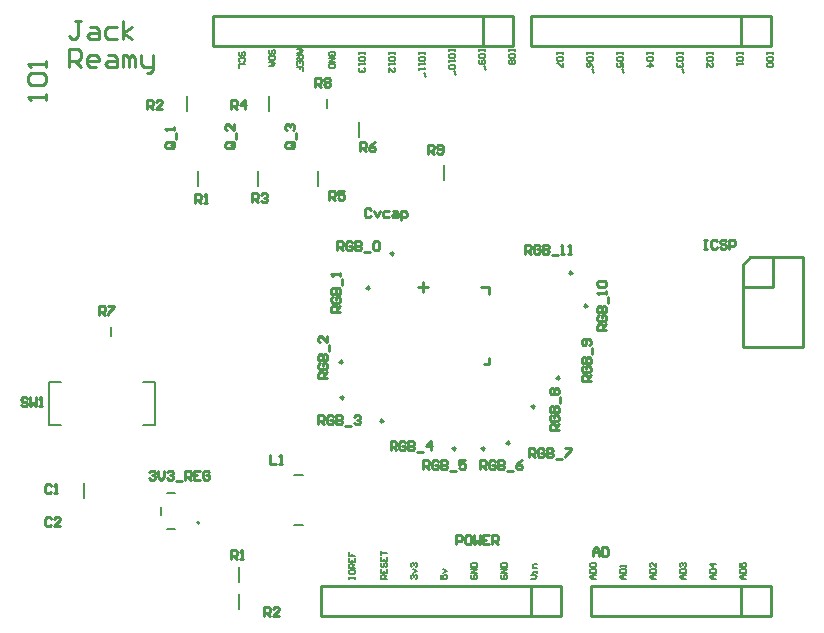
<source format=gto>
G04*
G04 #@! TF.GenerationSoftware,Altium Limited,Altium Designer,19.1.5 (86)*
G04*
G04 Layer_Color=65535*
%FSLAX25Y25*%
%MOIN*%
G70*
G01*
G75*
%ADD10C,0.00787*%
%ADD11C,0.01000*%
%ADD12C,0.00600*%
%ADD13C,0.00500*%
D10*
X64488Y36260D02*
G03*
X64488Y36260I-394J0D01*
G01*
X117740Y164831D02*
Y169831D01*
X104000Y148500D02*
Y153500D01*
X60260Y173500D02*
Y178500D01*
X87740Y173500D02*
Y178500D01*
X84000Y148500D02*
Y153500D01*
X64000Y148500D02*
Y153500D01*
X14284Y68913D02*
X18221D01*
X14284Y83087D02*
X18221D01*
X45779D02*
X49716D01*
X45779Y68913D02*
X49716D01*
Y83087D01*
X14284Y68913D02*
Y83087D01*
X26000Y44500D02*
Y49500D01*
X77500Y16500D02*
Y21500D01*
Y7500D02*
Y12500D01*
X146063Y150500D02*
Y155500D01*
X106854Y174425D02*
Y177575D01*
X34854Y98425D02*
Y101575D01*
D11*
X139000Y114803D02*
X139026Y114777D01*
X139003Y114701D02*
X139102Y114800D01*
X137403Y114803D02*
X139000D01*
X139100D02*
Y116500D01*
X139000Y114803D02*
X139052Y114751D01*
X139103Y113100D02*
Y114701D01*
X139003Y114800D02*
X140500D01*
X139003D02*
X139200D01*
X158415Y114803D02*
X160800D01*
Y114748D02*
Y114803D01*
Y113116D02*
Y114803D01*
Y112600D02*
Y113116D01*
X159415Y89200D02*
X160900D01*
Y89417D01*
Y89200D02*
Y91200D01*
X245551Y94803D02*
X265551D01*
Y124803D01*
X245551Y114803D02*
X255551D01*
Y124803D01*
X245551Y94803D02*
Y122303D01*
X248051Y124803D01*
X265551D01*
X111366Y78075D02*
X112366D01*
X111866Y77575D02*
Y78575D01*
X111067Y89917D02*
X112067D01*
X111567Y89417D02*
Y90417D01*
X120500Y113988D02*
Y114988D01*
X120000Y114488D02*
X121000D01*
X128500Y125500D02*
Y126500D01*
X128000Y126000D02*
X129000D01*
X124500Y70232D02*
X125500D01*
X125000Y69732D02*
Y70732D01*
X149287Y60482D02*
Y61482D01*
X148787Y60982D02*
X149787D01*
X158915Y60482D02*
Y61482D01*
X158415Y60982D02*
X159415D01*
X167250Y62366D02*
Y63366D01*
X166750Y62866D02*
X167750D01*
X187500Y119500D02*
X188500D01*
X188000Y119000D02*
Y120000D01*
X192500Y108500D02*
X193500D01*
X193000Y108000D02*
Y109000D01*
X183932Y84051D02*
Y85051D01*
X183432Y84551D02*
X184432D01*
X175500Y74500D02*
Y75500D01*
X175000Y75000D02*
X176000D01*
X255000Y5000D02*
Y10000D01*
X245000Y5000D02*
X255000D01*
X195000Y15000D02*
X245000D01*
X195000Y5000D02*
Y15000D01*
Y5000D02*
X245000D01*
Y15000D01*
X255000D01*
Y10000D02*
Y15000D01*
X169000Y195000D02*
Y205000D01*
X159000Y195000D02*
X169000D01*
X159000D02*
Y205000D01*
X69000D02*
X159000D01*
X69000Y195000D02*
Y205000D01*
Y195000D02*
X159000D01*
Y205000D02*
X169000D01*
X245000Y195000D02*
Y205000D01*
X175000D02*
X255000D01*
X175000Y195000D02*
Y205000D01*
Y195000D02*
X255000D01*
Y205000D01*
X185000Y5000D02*
Y15000D01*
X105000Y5000D02*
X185000D01*
X105000D02*
Y15000D01*
X185000D01*
X175000Y5000D02*
Y15000D01*
X13284Y177000D02*
Y178999D01*
Y178000D01*
X7285D01*
X8285Y177000D01*
Y181998D02*
X7285Y182998D01*
Y184997D01*
X8285Y185997D01*
X12284D01*
X13284Y184997D01*
Y182998D01*
X12284Y181998D01*
X8285D01*
X13284Y187996D02*
Y189996D01*
Y188996D01*
X7285D01*
X8285Y187996D01*
X24999Y203595D02*
X22999D01*
X23999D01*
Y198597D01*
X22999Y197597D01*
X22000D01*
X21000Y198597D01*
X27998Y201596D02*
X29997D01*
X30997Y200596D01*
Y197597D01*
X27998D01*
X26998Y198597D01*
X27998Y199596D01*
X30997D01*
X36995Y201596D02*
X33996D01*
X32996Y200596D01*
Y198597D01*
X33996Y197597D01*
X36995D01*
X38994D02*
Y203595D01*
Y199596D02*
X41993Y201596D01*
X38994Y199596D02*
X41993Y197597D01*
X21000Y187999D02*
Y193997D01*
X23999D01*
X24999Y192998D01*
Y190998D01*
X23999Y189999D01*
X21000D01*
X22999D02*
X24999Y187999D01*
X29997D02*
X27998D01*
X26998Y188999D01*
Y190998D01*
X27998Y191998D01*
X29997D01*
X30997Y190998D01*
Y189999D01*
X26998D01*
X33996Y191998D02*
X35995D01*
X36995Y190998D01*
Y187999D01*
X33996D01*
X32996Y188999D01*
X33996Y189999D01*
X36995D01*
X38994Y187999D02*
Y191998D01*
X39994D01*
X40993Y190998D01*
Y187999D01*
Y190998D01*
X41993Y191998D01*
X42993Y190998D01*
Y187999D01*
X44992Y191998D02*
Y188999D01*
X45992Y187999D01*
X48991D01*
Y187000D01*
X47991Y186000D01*
X46992D01*
X48991Y187999D02*
Y191998D01*
X232500Y130499D02*
X233500D01*
X233000D01*
Y127500D01*
X232500D01*
X233500D01*
X236999Y129999D02*
X236499Y130499D01*
X235499D01*
X234999Y129999D01*
Y128000D01*
X235499Y127500D01*
X236499D01*
X236999Y128000D01*
X239998Y129999D02*
X239498Y130499D01*
X238498D01*
X237998Y129999D01*
Y129499D01*
X238498Y128999D01*
X239498D01*
X239998Y128500D01*
Y128000D01*
X239498Y127500D01*
X238498D01*
X237998Y128000D01*
X240997Y127500D02*
Y130499D01*
X242497D01*
X242997Y129999D01*
Y128999D01*
X242497Y128500D01*
X240997D01*
X172800Y125900D02*
Y128899D01*
X174300D01*
X174799Y128399D01*
Y127400D01*
X174300Y126900D01*
X172800D01*
X173800D02*
X174799Y125900D01*
X177798Y128399D02*
X177299Y128899D01*
X176299D01*
X175799Y128399D01*
Y126400D01*
X176299Y125900D01*
X177299D01*
X177798Y126400D01*
Y127400D01*
X176799D01*
X178798Y128899D02*
Y125900D01*
X180298D01*
X180797Y126400D01*
Y126900D01*
X180298Y127400D01*
X178798D01*
X180298D01*
X180797Y127899D01*
Y128399D01*
X180298Y128899D01*
X178798D01*
X181797Y125400D02*
X183796D01*
X184796Y125900D02*
X185796D01*
X185296D01*
Y128899D01*
X184796Y128399D01*
X187295Y125900D02*
X188295D01*
X187795D01*
Y128899D01*
X187295Y128399D01*
X200000Y100425D02*
X197001D01*
Y101925D01*
X197501Y102425D01*
X198501D01*
X199000Y101925D01*
Y100425D01*
Y101425D02*
X200000Y102425D01*
X197501Y105424D02*
X197001Y104924D01*
Y103924D01*
X197501Y103424D01*
X199500D01*
X200000Y103924D01*
Y104924D01*
X199500Y105424D01*
X198501D01*
Y104424D01*
X197001Y106423D02*
X200000D01*
Y107923D01*
X199500Y108423D01*
X199000D01*
X198501Y107923D01*
Y106423D01*
Y107923D01*
X198001Y108423D01*
X197501D01*
X197001Y107923D01*
Y106423D01*
X200500Y109422D02*
Y111422D01*
X200000Y112421D02*
Y113421D01*
Y112921D01*
X197001D01*
X197501Y112421D01*
Y114920D02*
X197001Y115420D01*
Y116420D01*
X197501Y116920D01*
X199500D01*
X200000Y116420D01*
Y115420D01*
X199500Y114920D01*
X197501D01*
X194858Y83410D02*
X191858D01*
Y84909D01*
X192358Y85409D01*
X193358D01*
X193858Y84909D01*
Y83410D01*
Y84409D02*
X194858Y85409D01*
X192358Y88408D02*
X191858Y87908D01*
Y86908D01*
X192358Y86409D01*
X194358D01*
X194858Y86908D01*
Y87908D01*
X194358Y88408D01*
X193358D01*
Y87408D01*
X191858Y89407D02*
X194858D01*
Y90907D01*
X194358Y91407D01*
X193858D01*
X193358Y90907D01*
Y89407D01*
Y90907D01*
X192858Y91407D01*
X192358D01*
X191858Y90907D01*
Y89407D01*
X195357Y92406D02*
Y94406D01*
X194358Y95406D02*
X194858Y95905D01*
Y96905D01*
X194358Y97405D01*
X192358D01*
X191858Y96905D01*
Y95905D01*
X192358Y95406D01*
X192858D01*
X193358Y95905D01*
Y97405D01*
X184134Y67000D02*
X181135D01*
Y68499D01*
X181635Y68999D01*
X182634D01*
X183134Y68499D01*
Y67000D01*
Y68000D02*
X184134Y68999D01*
X181635Y71998D02*
X181135Y71499D01*
Y70499D01*
X181635Y69999D01*
X183634D01*
X184134Y70499D01*
Y71499D01*
X183634Y71998D01*
X182634D01*
Y70999D01*
X181135Y72998D02*
X184134D01*
Y74498D01*
X183634Y74997D01*
X183134D01*
X182634Y74498D01*
Y72998D01*
Y74498D01*
X182134Y74997D01*
X181635D01*
X181135Y74498D01*
Y72998D01*
X184634Y75997D02*
Y77996D01*
X181635Y78996D02*
X181135Y79496D01*
Y80496D01*
X181635Y80996D01*
X182134D01*
X182634Y80496D01*
X183134Y80996D01*
X183634D01*
X184134Y80496D01*
Y79496D01*
X183634Y78996D01*
X183134D01*
X182634Y79496D01*
X182134Y78996D01*
X181635D01*
X182634Y79496D02*
Y80496D01*
X174145Y58000D02*
Y60999D01*
X175644D01*
X176144Y60499D01*
Y59500D01*
X175644Y59000D01*
X174145D01*
X175145D02*
X176144Y58000D01*
X179143Y60499D02*
X178644Y60999D01*
X177644D01*
X177144Y60499D01*
Y58500D01*
X177644Y58000D01*
X178644D01*
X179143Y58500D01*
Y59500D01*
X178144D01*
X180143Y60999D02*
Y58000D01*
X181642D01*
X182142Y58500D01*
Y59000D01*
X181642Y59500D01*
X180143D01*
X181642D01*
X182142Y59999D01*
Y60499D01*
X181642Y60999D01*
X180143D01*
X183142Y57500D02*
X185141D01*
X186141Y60999D02*
X188140D01*
Y60499D01*
X186141Y58500D01*
Y58000D01*
X158000Y54000D02*
Y56999D01*
X159500D01*
X159999Y56499D01*
Y55500D01*
X159500Y55000D01*
X158000D01*
X159000D02*
X159999Y54000D01*
X162998Y56499D02*
X162499Y56999D01*
X161499D01*
X160999Y56499D01*
Y54500D01*
X161499Y54000D01*
X162499D01*
X162998Y54500D01*
Y55500D01*
X161999D01*
X163998Y56999D02*
Y54000D01*
X165498D01*
X165997Y54500D01*
Y55000D01*
X165498Y55500D01*
X163998D01*
X165498D01*
X165997Y55999D01*
Y56499D01*
X165498Y56999D01*
X163998D01*
X166997Y53500D02*
X168996D01*
X171995Y56999D02*
X170996Y56499D01*
X169996Y55500D01*
Y54500D01*
X170496Y54000D01*
X171496D01*
X171995Y54500D01*
Y55000D01*
X171496Y55500D01*
X169996D01*
X139000Y54000D02*
Y56999D01*
X140499D01*
X140999Y56499D01*
Y55500D01*
X140499Y55000D01*
X139000D01*
X140000D02*
X140999Y54000D01*
X143998Y56499D02*
X143499Y56999D01*
X142499D01*
X141999Y56499D01*
Y54500D01*
X142499Y54000D01*
X143499D01*
X143998Y54500D01*
Y55500D01*
X142999D01*
X144998Y56999D02*
Y54000D01*
X146498D01*
X146997Y54500D01*
Y55000D01*
X146498Y55500D01*
X144998D01*
X146498D01*
X146997Y55999D01*
Y56499D01*
X146498Y56999D01*
X144998D01*
X147997Y53500D02*
X149996D01*
X152996Y56999D02*
X150996D01*
Y55500D01*
X151996Y55999D01*
X152496D01*
X152996Y55500D01*
Y54500D01*
X152496Y54000D01*
X151496D01*
X150996Y54500D01*
X128126Y60383D02*
Y63382D01*
X129625D01*
X130125Y62882D01*
Y61882D01*
X129625Y61382D01*
X128126D01*
X129126D02*
X130125Y60383D01*
X133124Y62882D02*
X132624Y63382D01*
X131625D01*
X131125Y62882D01*
Y60883D01*
X131625Y60383D01*
X132624D01*
X133124Y60883D01*
Y61882D01*
X132125D01*
X134124Y63382D02*
Y60383D01*
X135624D01*
X136123Y60883D01*
Y61382D01*
X135624Y61882D01*
X134124D01*
X135624D01*
X136123Y62382D01*
Y62882D01*
X135624Y63382D01*
X134124D01*
X137123Y59883D02*
X139122D01*
X141622Y60383D02*
Y63382D01*
X140122Y61882D01*
X142122D01*
X104000Y68982D02*
Y71981D01*
X105499D01*
X105999Y71481D01*
Y70482D01*
X105499Y69982D01*
X104000D01*
X105000D02*
X105999Y68982D01*
X108998Y71481D02*
X108499Y71981D01*
X107499D01*
X106999Y71481D01*
Y69482D01*
X107499Y68982D01*
X108499D01*
X108998Y69482D01*
Y70482D01*
X107999D01*
X109998Y71981D02*
Y68982D01*
X111498D01*
X111997Y69482D01*
Y69982D01*
X111498Y70482D01*
X109998D01*
X111498D01*
X111997Y70982D01*
Y71481D01*
X111498Y71981D01*
X109998D01*
X112997Y68482D02*
X114996D01*
X115996Y71481D02*
X116496Y71981D01*
X117496D01*
X117996Y71481D01*
Y70982D01*
X117496Y70482D01*
X116996D01*
X117496D01*
X117996Y69982D01*
Y69482D01*
X117496Y68982D01*
X116496D01*
X115996Y69482D01*
X107000Y84383D02*
X104001D01*
Y85882D01*
X104501Y86382D01*
X105500D01*
X106000Y85882D01*
Y84383D01*
Y85382D02*
X107000Y86382D01*
X104501Y89381D02*
X104001Y88881D01*
Y87881D01*
X104501Y87382D01*
X106500D01*
X107000Y87881D01*
Y88881D01*
X106500Y89381D01*
X105500D01*
Y88381D01*
X104001Y90381D02*
X107000D01*
Y91880D01*
X106500Y92380D01*
X106000D01*
X105500Y91880D01*
Y90381D01*
Y91880D01*
X105001Y92380D01*
X104501D01*
X104001Y91880D01*
Y90381D01*
X107500Y93380D02*
Y95379D01*
X107000Y98378D02*
Y96379D01*
X105001Y98378D01*
X104501D01*
X104001Y97878D01*
Y96879D01*
X104501Y96379D01*
X111309Y106513D02*
X108310D01*
Y108013D01*
X108809Y108513D01*
X109809D01*
X110309Y108013D01*
Y106513D01*
Y107513D02*
X111309Y108513D01*
X108809Y111512D02*
X108310Y111012D01*
Y110012D01*
X108809Y109512D01*
X110809D01*
X111309Y110012D01*
Y111012D01*
X110809Y111512D01*
X109809D01*
Y110512D01*
X108310Y112511D02*
X111309D01*
Y114011D01*
X110809Y114511D01*
X110309D01*
X109809Y114011D01*
Y112511D01*
Y114011D01*
X109309Y114511D01*
X108809D01*
X108310Y114011D01*
Y112511D01*
X111809Y115510D02*
Y117510D01*
X111309Y118509D02*
Y119509D01*
Y119009D01*
X108310D01*
X108809Y118509D01*
X110383Y127000D02*
Y129999D01*
X111882D01*
X112382Y129499D01*
Y128499D01*
X111882Y128000D01*
X110383D01*
X111382D02*
X112382Y127000D01*
X115381Y129499D02*
X114881Y129999D01*
X113882D01*
X113382Y129499D01*
Y127500D01*
X113882Y127000D01*
X114881D01*
X115381Y127500D01*
Y128499D01*
X114381D01*
X116381Y129999D02*
Y127000D01*
X117880D01*
X118380Y127500D01*
Y128000D01*
X117880Y128499D01*
X116381D01*
X117880D01*
X118380Y128999D01*
Y129499D01*
X117880Y129999D01*
X116381D01*
X119380Y126500D02*
X121379D01*
X122379Y129499D02*
X122879Y129999D01*
X123878D01*
X124378Y129499D01*
Y127500D01*
X123878Y127000D01*
X122879D01*
X122379Y127500D01*
Y129499D01*
X95500Y162999D02*
X93501D01*
X93001Y162499D01*
Y161500D01*
X93501Y161000D01*
X95500D01*
X96000Y161500D01*
Y162499D01*
X95000Y162000D02*
X96000Y162999D01*
Y162499D02*
X95500Y162999D01*
X96500Y163999D02*
Y165998D01*
X93501Y166998D02*
X93001Y167498D01*
Y168498D01*
X93501Y168997D01*
X94001D01*
X94500Y168498D01*
Y167998D01*
Y168498D01*
X95000Y168997D01*
X95500D01*
X96000Y168498D01*
Y167498D01*
X95500Y166998D01*
X75500Y162999D02*
X73501D01*
X73001Y162499D01*
Y161500D01*
X73501Y161000D01*
X75500D01*
X76000Y161500D01*
Y162499D01*
X75000Y162000D02*
X76000Y162999D01*
Y162499D02*
X75500Y162999D01*
X76500Y163999D02*
Y165998D01*
X76000Y168997D02*
Y166998D01*
X74001Y168997D01*
X73501D01*
X73001Y168498D01*
Y167498D01*
X73501Y166998D01*
X55500Y162999D02*
X53501D01*
X53001Y162499D01*
Y161500D01*
X53501Y161000D01*
X55500D01*
X56000Y161500D01*
Y162499D01*
X55000Y162000D02*
X56000Y162999D01*
Y162499D02*
X55500Y162999D01*
X56500Y163999D02*
Y165998D01*
X56000Y166998D02*
Y167998D01*
Y167498D01*
X53001D01*
X53501Y166998D01*
X6999Y77499D02*
X6499Y77999D01*
X5500D01*
X5000Y77499D01*
Y76999D01*
X5500Y76499D01*
X6499D01*
X6999Y76000D01*
Y75500D01*
X6499Y75000D01*
X5500D01*
X5000Y75500D01*
X7999Y77999D02*
Y75000D01*
X8999Y76000D01*
X9998Y75000D01*
Y77999D01*
X10998Y75000D02*
X11998D01*
X11498D01*
Y77999D01*
X10998Y77499D01*
X140503Y159300D02*
Y162299D01*
X142003D01*
X142502Y161799D01*
Y160800D01*
X142003Y160300D01*
X140503D01*
X141503D02*
X142502Y159300D01*
X143502Y159800D02*
X144002Y159300D01*
X145002D01*
X145501Y159800D01*
Y161799D01*
X145002Y162299D01*
X144002D01*
X143502Y161799D01*
Y161299D01*
X144002Y160800D01*
X145501D01*
X103014Y181500D02*
Y184499D01*
X104514D01*
X105014Y183999D01*
Y183000D01*
X104514Y182500D01*
X103014D01*
X104014D02*
X105014Y181500D01*
X106013Y183999D02*
X106513Y184499D01*
X107513D01*
X108013Y183999D01*
Y183499D01*
X107513Y183000D01*
X108013Y182500D01*
Y182000D01*
X107513Y181500D01*
X106513D01*
X106013Y182000D01*
Y182500D01*
X106513Y183000D01*
X106013Y183499D01*
Y183999D01*
X106513Y183000D02*
X107513D01*
X31000Y105500D02*
Y108499D01*
X32500D01*
X32999Y107999D01*
Y107000D01*
X32500Y106500D01*
X31000D01*
X32000D02*
X32999Y105500D01*
X33999Y108499D02*
X35998D01*
Y107999D01*
X33999Y106000D01*
Y105500D01*
X118009Y160000D02*
Y162999D01*
X119509D01*
X120009Y162499D01*
Y161500D01*
X119509Y161000D01*
X118009D01*
X119009D02*
X120009Y160000D01*
X123008Y162999D02*
X122008Y162499D01*
X121009Y161500D01*
Y160500D01*
X121508Y160000D01*
X122508D01*
X123008Y160500D01*
Y161000D01*
X122508Y161500D01*
X121009D01*
X107740Y143922D02*
Y146921D01*
X109240D01*
X109739Y146421D01*
Y145422D01*
X109240Y144922D01*
X107740D01*
X108740D02*
X109739Y143922D01*
X112739Y146921D02*
X110739D01*
Y145422D01*
X111739Y145922D01*
X112239D01*
X112739Y145422D01*
Y144422D01*
X112239Y143922D01*
X111239D01*
X110739Y144422D01*
X75000Y174000D02*
Y176999D01*
X76499D01*
X76999Y176499D01*
Y175499D01*
X76499Y175000D01*
X75000D01*
X76000D02*
X76999Y174000D01*
X79499D02*
Y176999D01*
X77999Y175499D01*
X79998D01*
X82000Y143000D02*
Y145999D01*
X83499D01*
X83999Y145499D01*
Y144500D01*
X83499Y144000D01*
X82000D01*
X83000D02*
X83999Y143000D01*
X84999Y145499D02*
X85499Y145999D01*
X86499D01*
X86998Y145499D01*
Y144999D01*
X86499Y144500D01*
X85999D01*
X86499D01*
X86998Y144000D01*
Y143500D01*
X86499Y143000D01*
X85499D01*
X84999Y143500D01*
X47000Y174000D02*
Y176999D01*
X48500D01*
X48999Y176499D01*
Y175499D01*
X48500Y175000D01*
X47000D01*
X48000D02*
X48999Y174000D01*
X51998D02*
X49999D01*
X51998Y175999D01*
Y176499D01*
X51499Y176999D01*
X50499D01*
X49999Y176499D01*
X86000Y5000D02*
Y7999D01*
X87499D01*
X87999Y7499D01*
Y6499D01*
X87499Y6000D01*
X86000D01*
X87000D02*
X87999Y5000D01*
X90998D02*
X88999D01*
X90998Y6999D01*
Y7499D01*
X90499Y7999D01*
X89499D01*
X88999Y7499D01*
X63000Y142736D02*
Y145735D01*
X64499D01*
X64999Y145235D01*
Y144236D01*
X64499Y143736D01*
X63000D01*
X64000D02*
X64999Y142736D01*
X65999D02*
X66999D01*
X66499D01*
Y145735D01*
X65999Y145235D01*
X75000Y24000D02*
Y26999D01*
X76499D01*
X76999Y26499D01*
Y25499D01*
X76499Y25000D01*
X75000D01*
X76000D02*
X76999Y24000D01*
X77999D02*
X78999D01*
X78499D01*
Y26999D01*
X77999Y26499D01*
X88100Y58839D02*
Y55840D01*
X90099D01*
X91099D02*
X92099D01*
X91599D01*
Y58839D01*
X91099Y58339D01*
X121566Y140499D02*
X121066Y140999D01*
X120067D01*
X119567Y140499D01*
Y138500D01*
X120067Y138000D01*
X121066D01*
X121566Y138500D01*
X122566Y139999D02*
X123566Y138000D01*
X124565Y139999D01*
X127564D02*
X126065D01*
X125565Y139499D01*
Y138500D01*
X126065Y138000D01*
X127564D01*
X129064Y139999D02*
X130064D01*
X130563Y139499D01*
Y138000D01*
X129064D01*
X128564Y138500D01*
X129064Y139000D01*
X130563D01*
X131563Y137000D02*
Y139999D01*
X133063D01*
X133562Y139499D01*
Y138500D01*
X133063Y138000D01*
X131563D01*
X14999Y37499D02*
X14500Y37999D01*
X13500D01*
X13000Y37499D01*
Y35500D01*
X13500Y35000D01*
X14500D01*
X14999Y35500D01*
X17998Y35000D02*
X15999D01*
X17998Y36999D01*
Y37499D01*
X17499Y37999D01*
X16499D01*
X15999Y37499D01*
X14999Y48499D02*
X14500Y48999D01*
X13500D01*
X13000Y48499D01*
Y46500D01*
X13500Y46000D01*
X14500D01*
X14999Y46500D01*
X15999Y46000D02*
X16999D01*
X16499D01*
Y48999D01*
X15999Y48499D01*
X47641Y53039D02*
X48141Y53539D01*
X49141D01*
X49640Y53039D01*
Y52539D01*
X49141Y52040D01*
X48641D01*
X49141D01*
X49640Y51540D01*
Y51040D01*
X49141Y50540D01*
X48141D01*
X47641Y51040D01*
X50640Y53539D02*
Y51540D01*
X51640Y50540D01*
X52639Y51540D01*
Y53539D01*
X53639Y53039D02*
X54139Y53539D01*
X55138D01*
X55638Y53039D01*
Y52539D01*
X55138Y52040D01*
X54639D01*
X55138D01*
X55638Y51540D01*
Y51040D01*
X55138Y50540D01*
X54139D01*
X53639Y51040D01*
X56638Y50040D02*
X58637D01*
X59637Y50540D02*
Y53539D01*
X61137D01*
X61636Y53039D01*
Y52040D01*
X61137Y51540D01*
X59637D01*
X60637D02*
X61636Y50540D01*
X64635Y53539D02*
X62636D01*
Y50540D01*
X64635D01*
X62636Y52040D02*
X63636D01*
X67634Y53039D02*
X67135Y53539D01*
X66135D01*
X65635Y53039D01*
Y51040D01*
X66135Y50540D01*
X67135D01*
X67634Y51040D01*
Y52040D01*
X66635D01*
X195500Y25100D02*
Y27099D01*
X196500Y28099D01*
X197499Y27099D01*
Y25100D01*
Y26599D01*
X195500D01*
X198499Y28099D02*
Y25100D01*
X199999D01*
X200498Y25600D01*
Y27599D01*
X199999Y28099D01*
X198499D01*
X150000Y29000D02*
Y31999D01*
X151499D01*
X151999Y31499D01*
Y30500D01*
X151499Y30000D01*
X150000D01*
X154499Y31999D02*
X153499D01*
X152999Y31499D01*
Y29500D01*
X153499Y29000D01*
X154499D01*
X154998Y29500D01*
Y31499D01*
X154499Y31999D01*
X155998D02*
Y29000D01*
X156998Y30000D01*
X157997Y29000D01*
Y31999D01*
X160996D02*
X158997D01*
Y29000D01*
X160996D01*
X158997Y30500D02*
X159997D01*
X161996Y29000D02*
Y31999D01*
X163496D01*
X163996Y31499D01*
Y30500D01*
X163496Y30000D01*
X161996D01*
X162996D02*
X163996Y29000D01*
D12*
X95900Y52140D02*
X99100D01*
X95900Y35340D02*
X99100D01*
D13*
X53701Y33996D02*
X56299D01*
X51555Y38681D02*
Y41319D01*
X53701Y46004D02*
X56299D01*
X79409Y191960D02*
X79742Y192293D01*
Y192960D01*
X79409Y193293D01*
X79075D01*
X78742Y192960D01*
Y192293D01*
X78409Y191960D01*
X78076D01*
X77742Y192293D01*
Y192960D01*
X78076Y193293D01*
X79409Y189961D02*
X79742Y190294D01*
Y190960D01*
X79409Y191294D01*
X78076D01*
X77742Y190960D01*
Y190294D01*
X78076Y189961D01*
X79742Y189294D02*
X77742D01*
Y187961D01*
X89409Y192460D02*
X89742Y192793D01*
Y193460D01*
X89409Y193793D01*
X89075D01*
X88742Y193460D01*
Y192793D01*
X88409Y192460D01*
X88076D01*
X87742Y192793D01*
Y193460D01*
X88076Y193793D01*
X89742Y191794D02*
X87742D01*
Y190794D01*
X88076Y190461D01*
X89409D01*
X89742Y190794D01*
Y191794D01*
X87742Y189794D02*
X89075D01*
X89742Y189128D01*
X89075Y188461D01*
X87742D01*
X88742D01*
Y189794D01*
X114345Y17400D02*
Y18067D01*
Y17733D01*
X116344D01*
Y17400D01*
Y18067D01*
X114345Y20066D02*
Y19399D01*
X114678Y19066D01*
X116011D01*
X116344Y19399D01*
Y20066D01*
X116011Y20399D01*
X114678D01*
X114345Y20066D01*
X116344Y21066D02*
X114345D01*
Y22065D01*
X114678Y22398D01*
X115344D01*
X115678Y22065D01*
Y21066D01*
Y21732D02*
X116344Y22398D01*
X114345Y24398D02*
Y23065D01*
X116344D01*
Y24398D01*
X115344Y23065D02*
Y23731D01*
X114345Y26397D02*
Y25064D01*
X115344D01*
Y25731D01*
Y25064D01*
X116344D01*
X126844Y17400D02*
X124845D01*
Y18400D01*
X125178Y18733D01*
X125844D01*
X126178Y18400D01*
Y17400D01*
Y18067D02*
X126844Y18733D01*
X124845Y20732D02*
Y19399D01*
X126844D01*
Y20732D01*
X125844Y19399D02*
Y20066D01*
X125178Y22732D02*
X124845Y22398D01*
Y21732D01*
X125178Y21399D01*
X125511D01*
X125844Y21732D01*
Y22398D01*
X126178Y22732D01*
X126511D01*
X126844Y22398D01*
Y21732D01*
X126511Y21399D01*
X124845Y24731D02*
Y23398D01*
X126844D01*
Y24731D01*
X125844Y23398D02*
Y24065D01*
X124845Y25397D02*
Y26730D01*
Y26064D01*
X126844D01*
X135178Y17400D02*
X134845Y17733D01*
Y18400D01*
X135178Y18733D01*
X135511D01*
X135844Y18400D01*
Y18067D01*
Y18400D01*
X136178Y18733D01*
X136511D01*
X136844Y18400D01*
Y17733D01*
X136511Y17400D01*
X135511Y19399D02*
X136844Y20066D01*
X135511Y20732D01*
X135178Y21399D02*
X134845Y21732D01*
Y22398D01*
X135178Y22732D01*
X135511D01*
X135844Y22398D01*
Y22065D01*
Y22398D01*
X136178Y22732D01*
X136511D01*
X136844Y22398D01*
Y21732D01*
X136511Y21399D01*
X144845Y18733D02*
Y17400D01*
X145844D01*
X145511Y18067D01*
Y18400D01*
X145844Y18733D01*
X146511D01*
X146844Y18400D01*
Y17733D01*
X146511Y17400D01*
X145511Y19399D02*
X146844Y20066D01*
X145511Y20732D01*
X155178Y18733D02*
X154845Y18400D01*
Y17733D01*
X155178Y17400D01*
X156511D01*
X156844Y17733D01*
Y18400D01*
X156511Y18733D01*
X155844D01*
Y18067D01*
X156844Y19399D02*
X154845D01*
X156844Y20732D01*
X154845D01*
Y21399D02*
X156844D01*
Y22398D01*
X156511Y22732D01*
X155178D01*
X154845Y22398D01*
Y21399D01*
X165178Y18733D02*
X164845Y18400D01*
Y17733D01*
X165178Y17400D01*
X166511D01*
X166844Y17733D01*
Y18400D01*
X166511Y18733D01*
X165844D01*
Y18067D01*
X166844Y19399D02*
X164845D01*
X166844Y20732D01*
X164845D01*
Y21399D02*
X166844D01*
Y22398D01*
X166511Y22732D01*
X165178D01*
X164845Y22398D01*
Y21399D01*
X174845Y17400D02*
X176178D01*
X176844Y18067D01*
X176178Y18733D01*
X174845D01*
X176844Y19399D02*
Y20066D01*
Y19733D01*
X175511D01*
Y19399D01*
X176844Y21066D02*
X175511D01*
Y22065D01*
X175844Y22398D01*
X176844D01*
X196500Y17400D02*
X195167D01*
X194501Y18067D01*
X195167Y18733D01*
X196500D01*
X195500D01*
Y17400D01*
X194501Y19399D02*
X196500D01*
Y20399D01*
X196167Y20732D01*
X194834D01*
X194501Y20399D01*
Y19399D01*
X194834Y21399D02*
X194501Y21732D01*
Y22398D01*
X194834Y22732D01*
X196167D01*
X196500Y22398D01*
Y21732D01*
X196167Y21399D01*
X194834D01*
X206500Y17400D02*
X205167D01*
X204501Y18067D01*
X205167Y18733D01*
X206500D01*
X205500D01*
Y17400D01*
X204501Y19399D02*
X206500D01*
Y20399D01*
X206167Y20732D01*
X204834D01*
X204501Y20399D01*
Y19399D01*
X206500Y21399D02*
Y22065D01*
Y21732D01*
X204501D01*
X204834Y21399D01*
X216500Y17400D02*
X215167D01*
X214501Y18067D01*
X215167Y18733D01*
X216500D01*
X215500D01*
Y17400D01*
X214501Y19399D02*
X216500D01*
Y20399D01*
X216167Y20732D01*
X214834D01*
X214501Y20399D01*
Y19399D01*
X216500Y22732D02*
Y21399D01*
X215167Y22732D01*
X214834D01*
X214501Y22398D01*
Y21732D01*
X214834Y21399D01*
X226500Y17400D02*
X225167D01*
X224501Y18067D01*
X225167Y18733D01*
X226500D01*
X225500D01*
Y17400D01*
X224501Y19399D02*
X226500D01*
Y20399D01*
X226167Y20732D01*
X224834D01*
X224501Y20399D01*
Y19399D01*
X224834Y21399D02*
X224501Y21732D01*
Y22398D01*
X224834Y22732D01*
X225167D01*
X225500Y22398D01*
Y22065D01*
Y22398D01*
X225834Y22732D01*
X226167D01*
X226500Y22398D01*
Y21732D01*
X226167Y21399D01*
X236500Y17400D02*
X235167D01*
X234501Y18067D01*
X235167Y18733D01*
X236500D01*
X235500D01*
Y17400D01*
X234501Y19399D02*
X236500D01*
Y20399D01*
X236167Y20732D01*
X234834D01*
X234501Y20399D01*
Y19399D01*
X236500Y22398D02*
X234501D01*
X235500Y21399D01*
Y22732D01*
X246500Y17400D02*
X245167D01*
X244501Y18067D01*
X245167Y18733D01*
X246500D01*
X245500D01*
Y17400D01*
X244501Y19399D02*
X246500D01*
Y20399D01*
X246167Y20732D01*
X244834D01*
X244501Y20399D01*
Y19399D01*
Y22732D02*
Y21399D01*
X245500D01*
X245167Y22065D01*
Y22398D01*
X245500Y22732D01*
X246167D01*
X246500Y22398D01*
Y21732D01*
X246167Y21399D01*
X255742Y193293D02*
Y192626D01*
Y192960D01*
X253742D01*
Y193293D01*
Y192626D01*
X255742Y190627D02*
Y191294D01*
X255409Y191627D01*
X254076D01*
X253742Y191294D01*
Y190627D01*
X254076Y190294D01*
X255409D01*
X255742Y190627D01*
X255409Y189627D02*
X255742Y189294D01*
Y188628D01*
X255409Y188294D01*
X254076D01*
X253742Y188628D01*
Y189294D01*
X254076Y189627D01*
X255409D01*
X245742Y193293D02*
Y192626D01*
Y192960D01*
X243742D01*
Y193293D01*
Y192626D01*
X245742Y190627D02*
Y191294D01*
X245409Y191627D01*
X244076D01*
X243742Y191294D01*
Y190627D01*
X244076Y190294D01*
X245409D01*
X245742Y190627D01*
X243742Y189627D02*
Y188961D01*
Y189294D01*
X245742D01*
X245409Y189627D01*
X235742Y193293D02*
Y192626D01*
Y192960D01*
X233742D01*
Y193293D01*
Y192626D01*
X235742Y190627D02*
Y191294D01*
X235409Y191627D01*
X234076D01*
X233742Y191294D01*
Y190627D01*
X234076Y190294D01*
X235409D01*
X235742Y190627D01*
X233742Y188294D02*
Y189627D01*
X235075Y188294D01*
X235409D01*
X235742Y188628D01*
Y189294D01*
X235409Y189627D01*
X225742Y193293D02*
Y192626D01*
Y192960D01*
X223742D01*
Y193293D01*
Y192626D01*
X225742Y190627D02*
Y191294D01*
X225409Y191627D01*
X224076D01*
X223742Y191294D01*
Y190627D01*
X224076Y190294D01*
X225409D01*
X225742Y190627D01*
X225409Y189627D02*
X225742Y189294D01*
Y188628D01*
X225409Y188294D01*
X225075D01*
X224742Y188628D01*
Y188961D01*
Y188628D01*
X224409Y188294D01*
X224076D01*
X223742Y188628D01*
Y189294D01*
X224076Y189627D01*
X225409Y187628D02*
X225742Y187295D01*
Y186628D01*
X226075Y186295D01*
X215742Y193293D02*
Y192626D01*
Y192960D01*
X213742D01*
Y193293D01*
Y192626D01*
X215742Y190627D02*
Y191294D01*
X215409Y191627D01*
X214076D01*
X213742Y191294D01*
Y190627D01*
X214076Y190294D01*
X215409D01*
X215742Y190627D01*
X213742Y188628D02*
X215742D01*
X214742Y189627D01*
Y188294D01*
X205742Y193293D02*
Y192626D01*
Y192960D01*
X203742D01*
Y193293D01*
Y192626D01*
X205742Y190627D02*
Y191294D01*
X205409Y191627D01*
X204076D01*
X203742Y191294D01*
Y190627D01*
X204076Y190294D01*
X205409D01*
X205742Y190627D01*
Y188294D02*
Y189627D01*
X204742D01*
X205075Y188961D01*
Y188628D01*
X204742Y188294D01*
X204076D01*
X203742Y188628D01*
Y189294D01*
X204076Y189627D01*
X205409Y187628D02*
X205742Y187295D01*
Y186628D01*
X206075Y186295D01*
X195742Y193293D02*
Y192626D01*
Y192960D01*
X193742D01*
Y193293D01*
Y192626D01*
X195742Y190627D02*
Y191294D01*
X195409Y191627D01*
X194076D01*
X193742Y191294D01*
Y190627D01*
X194076Y190294D01*
X195409D01*
X195742Y190627D01*
Y188294D02*
X195409Y188961D01*
X194742Y189627D01*
X194076D01*
X193742Y189294D01*
Y188628D01*
X194076Y188294D01*
X194409D01*
X194742Y188628D01*
Y189627D01*
X195409Y187628D02*
X195742Y187295D01*
Y186628D01*
X196075Y186295D01*
X185742Y193293D02*
Y192626D01*
Y192960D01*
X183742D01*
Y193293D01*
Y192626D01*
X185742Y190627D02*
Y191294D01*
X185409Y191627D01*
X184076D01*
X183742Y191294D01*
Y190627D01*
X184076Y190294D01*
X185409D01*
X185742Y190627D01*
Y189627D02*
Y188294D01*
X185409D01*
X184076Y189627D01*
X183742D01*
X169742Y194000D02*
Y193333D01*
Y193667D01*
X167742D01*
Y194000D01*
Y193333D01*
X169742Y191334D02*
Y192001D01*
X169409Y192334D01*
X168076D01*
X167742Y192001D01*
Y191334D01*
X168076Y191001D01*
X169409D01*
X169742Y191334D01*
X169409Y190334D02*
X169742Y190001D01*
Y189335D01*
X169409Y189002D01*
X169075D01*
X168742Y189335D01*
X168409Y189002D01*
X168076D01*
X167742Y189335D01*
Y190001D01*
X168076Y190334D01*
X168409D01*
X168742Y190001D01*
X169075Y190334D01*
X169409D01*
X168742Y190001D02*
Y189335D01*
X159742Y194000D02*
Y193333D01*
Y193667D01*
X157742D01*
Y194000D01*
Y193333D01*
X159742Y191334D02*
Y192001D01*
X159409Y192334D01*
X158076D01*
X157742Y192001D01*
Y191334D01*
X158076Y191001D01*
X159409D01*
X159742Y191334D01*
X158076Y190334D02*
X157742Y190001D01*
Y189335D01*
X158076Y189002D01*
X159409D01*
X159742Y189335D01*
Y190001D01*
X159409Y190334D01*
X159075D01*
X158742Y190001D01*
Y189002D01*
X159409Y188335D02*
X159742Y188002D01*
Y187336D01*
X160075Y187002D01*
X149742Y194000D02*
Y193333D01*
Y193667D01*
X147742D01*
Y194000D01*
Y193333D01*
X149742Y191334D02*
Y192001D01*
X149409Y192334D01*
X148076D01*
X147742Y192001D01*
Y191334D01*
X148076Y191001D01*
X149409D01*
X149742Y191334D01*
X147742Y190334D02*
Y189668D01*
Y190001D01*
X149742D01*
X149409Y190334D01*
Y188668D02*
X149742Y188335D01*
Y187669D01*
X149409Y187336D01*
X148076D01*
X147742Y187669D01*
Y188335D01*
X148076Y188668D01*
X149409D01*
Y186669D02*
X149742Y186336D01*
Y185669D01*
X150075Y185336D01*
X139742Y193293D02*
Y192626D01*
Y192960D01*
X137742D01*
Y193293D01*
Y192626D01*
X139742Y190627D02*
Y191294D01*
X139409Y191627D01*
X138076D01*
X137742Y191294D01*
Y190627D01*
X138076Y190294D01*
X139409D01*
X139742Y190627D01*
X137742Y189627D02*
Y188961D01*
Y189294D01*
X139742D01*
X139409Y189627D01*
X137742Y187961D02*
Y187295D01*
Y187628D01*
X139742D01*
X139409Y187961D01*
Y186295D02*
X139742Y185962D01*
Y185295D01*
X140075Y184962D01*
X129742Y193293D02*
Y192626D01*
Y192960D01*
X127742D01*
Y193293D01*
Y192626D01*
X129742Y190627D02*
Y191294D01*
X129409Y191627D01*
X128076D01*
X127742Y191294D01*
Y190627D01*
X128076Y190294D01*
X129409D01*
X129742Y190627D01*
X127742Y189627D02*
Y188961D01*
Y189294D01*
X129742D01*
X129409Y189627D01*
X127742Y186628D02*
Y187961D01*
X129075Y186628D01*
X129409D01*
X129742Y186962D01*
Y187628D01*
X129409Y187961D01*
X119742Y193293D02*
Y192626D01*
Y192960D01*
X117742D01*
Y193293D01*
Y192626D01*
X119742Y190627D02*
Y191294D01*
X119409Y191627D01*
X118076D01*
X117742Y191294D01*
Y190627D01*
X118076Y190294D01*
X119409D01*
X119742Y190627D01*
X117742Y189627D02*
Y188961D01*
Y189294D01*
X119742D01*
X119409Y189627D01*
Y187961D02*
X119742Y187628D01*
Y186962D01*
X119409Y186628D01*
X119075D01*
X118742Y186962D01*
Y187295D01*
Y186962D01*
X118409Y186628D01*
X118076D01*
X117742Y186962D01*
Y187628D01*
X118076Y187961D01*
X109409Y191960D02*
X109742Y192293D01*
Y192960D01*
X109409Y193293D01*
X108076D01*
X107742Y192960D01*
Y192293D01*
X108076Y191960D01*
X108742D01*
Y192626D01*
X107742Y191294D02*
X109742D01*
X107742Y189961D01*
X109742D01*
Y189294D02*
X107742D01*
Y188294D01*
X108076Y187961D01*
X109409D01*
X109742Y188294D01*
Y189294D01*
X97000Y194000D02*
X98333D01*
X98999Y193333D01*
X98333Y192667D01*
X97000D01*
X98000D01*
Y194000D01*
X97000Y192001D02*
X98999D01*
Y191001D01*
X98666Y190668D01*
X98000D01*
X97666Y191001D01*
Y192001D01*
Y191334D02*
X97000Y190668D01*
X98999Y188668D02*
Y190001D01*
X97000D01*
Y188668D01*
X98000Y190001D02*
Y189335D01*
X98999Y186669D02*
Y188002D01*
X98000D01*
Y187336D01*
Y188002D01*
X97000D01*
M02*

</source>
